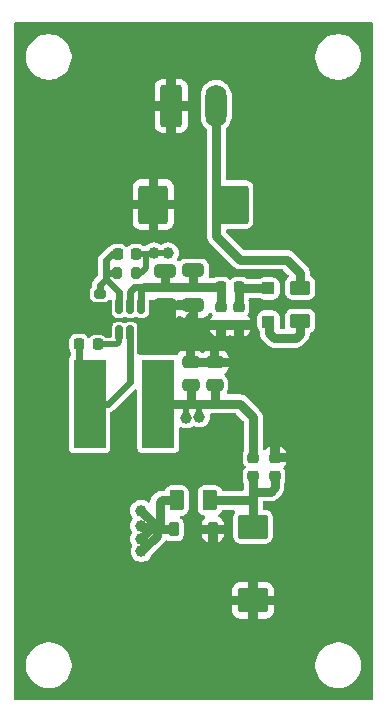
<source format=gbl>
G04 #@! TF.GenerationSoftware,KiCad,Pcbnew,8.0.3*
G04 #@! TF.CreationDate,2024-08-26T20:18:44+02:00*
G04 #@! TF.ProjectId,battEliminator,62617474-456c-4696-9d69-6e61746f722e,0.1*
G04 #@! TF.SameCoordinates,Original*
G04 #@! TF.FileFunction,Copper,L2,Bot*
G04 #@! TF.FilePolarity,Positive*
%FSLAX46Y46*%
G04 Gerber Fmt 4.6, Leading zero omitted, Abs format (unit mm)*
G04 Created by KiCad (PCBNEW 8.0.3) date 2024-08-26 20:18:44*
%MOMM*%
%LPD*%
G01*
G04 APERTURE LIST*
G04 Aperture macros list*
%AMRoundRect*
0 Rectangle with rounded corners*
0 $1 Rounding radius*
0 $2 $3 $4 $5 $6 $7 $8 $9 X,Y pos of 4 corners*
0 Add a 4 corners polygon primitive as box body*
4,1,4,$2,$3,$4,$5,$6,$7,$8,$9,$2,$3,0*
0 Add four circle primitives for the rounded corners*
1,1,$1+$1,$2,$3*
1,1,$1+$1,$4,$5*
1,1,$1+$1,$6,$7*
1,1,$1+$1,$8,$9*
0 Add four rect primitives between the rounded corners*
20,1,$1+$1,$2,$3,$4,$5,0*
20,1,$1+$1,$4,$5,$6,$7,0*
20,1,$1+$1,$6,$7,$8,$9,0*
20,1,$1+$1,$8,$9,$2,$3,0*%
G04 Aperture macros list end*
G04 #@! TA.AperFunction,SMDPad,CuDef*
%ADD10RoundRect,0.225000X0.225000X0.250000X-0.225000X0.250000X-0.225000X-0.250000X0.225000X-0.250000X0*%
G04 #@! TD*
G04 #@! TA.AperFunction,SMDPad,CuDef*
%ADD11RoundRect,0.250000X-0.300000X0.300000X-0.300000X-0.300000X0.300000X-0.300000X0.300000X0.300000X0*%
G04 #@! TD*
G04 #@! TA.AperFunction,SMDPad,CuDef*
%ADD12RoundRect,0.200000X-0.275000X0.200000X-0.275000X-0.200000X0.275000X-0.200000X0.275000X0.200000X0*%
G04 #@! TD*
G04 #@! TA.AperFunction,SMDPad,CuDef*
%ADD13RoundRect,0.250000X-0.650000X0.325000X-0.650000X-0.325000X0.650000X-0.325000X0.650000X0.325000X0*%
G04 #@! TD*
G04 #@! TA.AperFunction,SMDPad,CuDef*
%ADD14RoundRect,0.200000X0.200000X0.275000X-0.200000X0.275000X-0.200000X-0.275000X0.200000X-0.275000X0*%
G04 #@! TD*
G04 #@! TA.AperFunction,SMDPad,CuDef*
%ADD15RoundRect,0.225000X-0.225000X-0.375000X0.225000X-0.375000X0.225000X0.375000X-0.225000X0.375000X0*%
G04 #@! TD*
G04 #@! TA.AperFunction,SMDPad,CuDef*
%ADD16RoundRect,0.250000X0.475000X-0.250000X0.475000X0.250000X-0.475000X0.250000X-0.475000X-0.250000X0*%
G04 #@! TD*
G04 #@! TA.AperFunction,SMDPad,CuDef*
%ADD17RoundRect,0.250000X0.375000X0.625000X-0.375000X0.625000X-0.375000X-0.625000X0.375000X-0.625000X0*%
G04 #@! TD*
G04 #@! TA.AperFunction,SMDPad,CuDef*
%ADD18RoundRect,0.225000X-0.250000X0.225000X-0.250000X-0.225000X0.250000X-0.225000X0.250000X0.225000X0*%
G04 #@! TD*
G04 #@! TA.AperFunction,SMDPad,CuDef*
%ADD19RoundRect,0.250000X-0.625000X0.375000X-0.625000X-0.375000X0.625000X-0.375000X0.625000X0.375000X0*%
G04 #@! TD*
G04 #@! TA.AperFunction,SMDPad,CuDef*
%ADD20RoundRect,0.218750X-0.256250X0.218750X-0.256250X-0.218750X0.256250X-0.218750X0.256250X0.218750X0*%
G04 #@! TD*
G04 #@! TA.AperFunction,SMDPad,CuDef*
%ADD21RoundRect,0.218750X0.218750X0.256250X-0.218750X0.256250X-0.218750X-0.256250X0.218750X-0.256250X0*%
G04 #@! TD*
G04 #@! TA.AperFunction,SMDPad,CuDef*
%ADD22R,2.700000X7.500000*%
G04 #@! TD*
G04 #@! TA.AperFunction,SMDPad,CuDef*
%ADD23RoundRect,0.225000X0.250000X-0.225000X0.250000X0.225000X-0.250000X0.225000X-0.250000X-0.225000X0*%
G04 #@! TD*
G04 #@! TA.AperFunction,SMDPad,CuDef*
%ADD24RoundRect,0.250000X-1.025000X0.787500X-1.025000X-0.787500X1.025000X-0.787500X1.025000X0.787500X0*%
G04 #@! TD*
G04 #@! TA.AperFunction,ComponentPad*
%ADD25RoundRect,0.250000X-0.650000X-1.550000X0.650000X-1.550000X0.650000X1.550000X-0.650000X1.550000X0*%
G04 #@! TD*
G04 #@! TA.AperFunction,ComponentPad*
%ADD26O,1.800000X3.600000*%
G04 #@! TD*
G04 #@! TA.AperFunction,SMDPad,CuDef*
%ADD27RoundRect,0.250000X-1.000000X1.400000X-1.000000X-1.400000X1.000000X-1.400000X1.000000X1.400000X0*%
G04 #@! TD*
G04 #@! TA.AperFunction,SMDPad,CuDef*
%ADD28RoundRect,0.150000X-0.150000X0.512500X-0.150000X-0.512500X0.150000X-0.512500X0.150000X0.512500X0*%
G04 #@! TD*
G04 #@! TA.AperFunction,ViaPad*
%ADD29C,1.000000*%
G04 #@! TD*
G04 #@! TA.AperFunction,Conductor*
%ADD30C,0.800000*%
G04 #@! TD*
G04 #@! TA.AperFunction,Conductor*
%ADD31C,0.600000*%
G04 #@! TD*
G04 #@! TA.AperFunction,Conductor*
%ADD32C,0.400000*%
G04 #@! TD*
G04 #@! TA.AperFunction,Conductor*
%ADD33C,0.500000*%
G04 #@! TD*
G04 APERTURE END LIST*
D10*
X122875000Y-106712499D03*
X121325000Y-106712499D03*
D11*
X134100000Y-109600000D03*
X134100000Y-112400000D03*
D12*
X119850000Y-110062499D03*
X119850000Y-111712499D03*
D13*
X125350000Y-108087501D03*
X125350000Y-111037501D03*
D14*
X122900000Y-108262499D03*
X121250000Y-108262499D03*
D15*
X126100000Y-130000000D03*
X129400000Y-130000000D03*
D16*
X129550000Y-117762499D03*
X129550000Y-115862499D03*
D17*
X129150000Y-127550000D03*
X126350000Y-127550000D03*
D13*
X127750000Y-108062500D03*
X127750000Y-111012500D03*
D18*
X130100000Y-111150000D03*
X130100000Y-112700000D03*
D19*
X136800000Y-109550000D03*
X136800000Y-112350000D03*
D10*
X119625000Y-114312499D03*
X118075000Y-114312499D03*
D20*
X132800000Y-123912500D03*
X132800000Y-125487500D03*
D21*
X131637500Y-109475000D03*
X130062500Y-109475000D03*
D22*
X118950000Y-119362499D03*
X124750000Y-119362499D03*
D18*
X131600000Y-111150000D03*
X131600000Y-112700000D03*
D23*
X134650000Y-125475000D03*
X134650000Y-123925000D03*
D24*
X132800000Y-129787500D03*
X132800000Y-136012500D03*
D25*
X125862500Y-94157500D03*
D26*
X129672500Y-94157500D03*
D27*
X124350000Y-102500000D03*
X131150000Y-102500000D03*
D16*
X127500000Y-117762499D03*
X127500000Y-115862499D03*
D28*
X121450000Y-111124999D03*
X122400000Y-111124999D03*
X123350000Y-111124999D03*
X123350000Y-113399999D03*
X122400000Y-113399999D03*
X121450000Y-113399999D03*
D29*
X141577857Y-105985000D03*
X118717857Y-100905000D03*
X141577857Y-131385000D03*
X116177857Y-126305000D03*
X123872063Y-112514796D03*
X121257857Y-121225000D03*
X139037857Y-93285000D03*
X131417857Y-90745000D03*
X128877857Y-88205000D03*
X128877857Y-139005000D03*
X133957857Y-100905000D03*
X121257857Y-126305000D03*
X136497857Y-126305000D03*
X121257857Y-88205000D03*
X141577857Y-128845000D03*
X123797857Y-133925000D03*
X136497857Y-103445000D03*
X113637857Y-113605000D03*
X141577857Y-118685000D03*
X118717857Y-136465000D03*
X121257857Y-90745000D03*
X136497857Y-95825000D03*
X116177857Y-123765000D03*
X139037857Y-113605000D03*
X113637857Y-95825000D03*
X139037857Y-116145000D03*
X113637857Y-118685000D03*
X125100000Y-112500000D03*
X121257857Y-133925000D03*
X116177857Y-103445000D03*
X118717857Y-93285000D03*
X139037857Y-103445000D03*
X116177857Y-105985000D03*
X128877857Y-123765000D03*
X139037857Y-100905000D03*
X141577857Y-136465000D03*
X118717857Y-126305000D03*
X126337857Y-88205000D03*
X136497857Y-98365000D03*
X118717857Y-105985000D03*
X141577857Y-121225000D03*
X139037857Y-118685000D03*
X131417857Y-139005000D03*
X133957857Y-139005000D03*
X126337857Y-139005000D03*
X139037857Y-108525000D03*
X120500000Y-112300000D03*
X128877857Y-136465000D03*
X113637857Y-121225000D03*
X141577857Y-113605000D03*
X116177857Y-136465000D03*
X141577857Y-111065000D03*
X126337857Y-90745000D03*
X139037857Y-121225000D03*
X116177857Y-108525000D03*
X141577857Y-116145000D03*
X123797857Y-93285000D03*
X118717857Y-98365000D03*
X139037857Y-136465000D03*
X141577857Y-123765000D03*
X113637857Y-123765000D03*
X123797857Y-95825000D03*
X113637857Y-98365000D03*
X116177857Y-95825000D03*
X118717857Y-139005000D03*
X123797857Y-88205000D03*
X121257857Y-100905000D03*
X113637857Y-128845000D03*
X116177857Y-118685000D03*
X118717857Y-133925000D03*
X141577857Y-133925000D03*
X136497857Y-123765000D03*
X116177857Y-116145000D03*
X113637857Y-100905000D03*
X121257857Y-141545000D03*
X141577857Y-108525000D03*
X123797857Y-136465000D03*
X123797857Y-98365000D03*
X131417857Y-133925000D03*
X113637857Y-136465000D03*
X133957857Y-93285000D03*
X133957857Y-118685000D03*
X133957857Y-141545000D03*
X139037857Y-105985000D03*
X128877857Y-133925000D03*
X141577857Y-100905000D03*
X126337857Y-133925000D03*
X123797857Y-90745000D03*
X128877857Y-141545000D03*
X131417857Y-98365000D03*
X113637857Y-103445000D03*
X113637857Y-105985000D03*
X116177857Y-133925000D03*
X118717857Y-88205000D03*
X139037857Y-111065000D03*
X136497857Y-139005000D03*
X116177857Y-93285000D03*
X126337857Y-136465000D03*
X116177857Y-128845000D03*
X141577857Y-103445000D03*
X131417857Y-88205000D03*
X118717857Y-90745000D03*
X141577857Y-98365000D03*
X116177857Y-100905000D03*
X136497857Y-90745000D03*
X116177857Y-98365000D03*
X136497857Y-133925000D03*
X139037857Y-133925000D03*
X121257857Y-95825000D03*
X136497857Y-93285000D03*
X136497857Y-121225000D03*
X113637857Y-126305000D03*
X139037857Y-123765000D03*
X133957857Y-88205000D03*
X136497857Y-136465000D03*
X126337857Y-141545000D03*
X133957857Y-98365000D03*
X133957857Y-90745000D03*
X133957857Y-95825000D03*
X136497857Y-118685000D03*
X136497857Y-100905000D03*
X139037857Y-131385000D03*
X121257857Y-93285000D03*
X139037857Y-98365000D03*
X131417857Y-123765000D03*
X113637857Y-133925000D03*
X139037857Y-95825000D03*
X123850000Y-114650000D03*
X133957857Y-133925000D03*
X113637857Y-108525000D03*
X121257857Y-136465000D03*
X116177857Y-121225000D03*
X133957857Y-116145000D03*
X116177857Y-113605000D03*
X118717857Y-141545000D03*
X119050000Y-112950000D03*
X121257857Y-139005000D03*
X121257857Y-123765000D03*
X126337857Y-98365000D03*
X113637857Y-116145000D03*
X136497857Y-141545000D03*
X125100000Y-113600000D03*
X125100000Y-114700000D03*
X136497857Y-88205000D03*
X121257857Y-103445000D03*
X113637857Y-139005000D03*
X128877857Y-90745000D03*
X141577857Y-95825000D03*
X139037857Y-126305000D03*
X139037857Y-128845000D03*
X133957857Y-103445000D03*
X123797857Y-141545000D03*
X113637857Y-93285000D03*
X116177857Y-131385000D03*
X141577857Y-126305000D03*
X116177857Y-111065000D03*
X141577857Y-93285000D03*
X121257857Y-98365000D03*
X118717857Y-95825000D03*
X123797857Y-139005000D03*
X131417857Y-141545000D03*
X141577857Y-139005000D03*
X131417857Y-116145000D03*
X113637857Y-111065000D03*
X118717857Y-103445000D03*
X113637857Y-131385000D03*
X136497857Y-116145000D03*
X125600000Y-106600000D03*
X127150000Y-120550000D03*
X124400000Y-106600000D03*
X128250000Y-120450000D03*
X123350000Y-131850000D03*
X123300000Y-130800000D03*
X123300000Y-128400000D03*
X123300000Y-129700000D03*
D30*
X129537501Y-109512499D02*
X129575000Y-109475000D01*
X123600000Y-109512499D02*
X125400000Y-109512499D01*
D31*
X123350000Y-109762499D02*
X123600000Y-109512499D01*
X123350000Y-111124999D02*
X123350000Y-109762499D01*
D30*
X125350000Y-109462499D02*
X125400000Y-109512499D01*
X130100000Y-109512500D02*
X130062500Y-109475000D01*
D31*
X122400000Y-111124999D02*
X122400000Y-109862499D01*
D30*
X127750000Y-109412499D02*
X127850000Y-109512499D01*
X127750000Y-108062499D02*
X127750000Y-109412499D01*
D31*
X122750000Y-109512499D02*
X123600000Y-109512499D01*
D30*
X127850000Y-109512499D02*
X129537501Y-109512499D01*
X129575000Y-109475000D02*
X130062500Y-109475000D01*
X125350000Y-108087501D02*
X125350000Y-109462499D01*
X130100000Y-111150000D02*
X130100000Y-109512500D01*
D31*
X122400000Y-109862499D02*
X122750000Y-109512499D01*
D30*
X125400000Y-109512499D02*
X127850000Y-109512499D01*
X127750000Y-111712499D02*
X127400000Y-112062499D01*
D32*
X123350000Y-114150000D02*
X123850000Y-114650000D01*
X124899999Y-113399999D02*
X125100000Y-113600000D01*
X123350000Y-113399999D02*
X123350000Y-114150000D01*
X123350000Y-113399999D02*
X123799999Y-113399999D01*
X119050000Y-112950000D02*
X119850000Y-112955750D01*
X119912499Y-111712499D02*
X120500000Y-112300000D01*
X123350000Y-113399999D02*
X124249999Y-112500000D01*
X124249999Y-112500000D02*
X124250000Y-112500000D01*
X119850000Y-111712499D02*
X119912499Y-111712499D01*
X123350000Y-113036859D02*
X123872063Y-112514796D01*
X123799999Y-113399999D02*
X125100000Y-114700000D01*
X124250000Y-112500000D02*
X125100000Y-112500000D01*
D30*
X127750000Y-111012501D02*
X127750000Y-111712499D01*
D32*
X123350000Y-113399999D02*
X123350000Y-113036859D01*
X123350000Y-113399999D02*
X124899999Y-113399999D01*
X119850000Y-112955750D02*
X119850000Y-111712499D01*
D33*
X121450000Y-114112499D02*
X121450000Y-113399999D01*
X121250000Y-114312499D02*
X121450000Y-114112499D01*
X119625000Y-114312499D02*
X121250000Y-114312499D01*
D31*
X120550000Y-119362499D02*
X118950000Y-119362499D01*
X122400000Y-117512499D02*
X120550000Y-119362499D01*
X118075000Y-118487499D02*
X118950000Y-119362499D01*
X122400000Y-113399999D02*
X122400000Y-117512499D01*
X118075000Y-114312499D02*
X118075000Y-118487499D01*
D30*
X132800000Y-123912499D02*
X132800000Y-120500000D01*
D33*
X122875000Y-106712499D02*
X123637501Y-106712499D01*
X123700000Y-106650000D02*
X124350000Y-106650000D01*
X128250000Y-119412499D02*
X128200000Y-119362499D01*
D30*
X129550000Y-119212499D02*
X129400000Y-119362499D01*
D33*
X127150000Y-120550000D02*
X127150000Y-119362499D01*
X123287501Y-108262499D02*
X123550000Y-108000000D01*
D30*
X127550000Y-119362499D02*
X127150000Y-119362499D01*
D33*
X123550000Y-108000000D02*
X123700000Y-107850000D01*
D30*
X127500000Y-119312499D02*
X127550000Y-119362499D01*
X129550000Y-117762499D02*
X129550000Y-119212499D01*
D33*
X122900000Y-108262499D02*
X123287501Y-108262499D01*
X124350000Y-106650000D02*
X124400000Y-106600000D01*
D30*
X128200000Y-119362499D02*
X127550000Y-119362499D01*
D33*
X128250000Y-120450000D02*
X128250000Y-119412499D01*
X124400000Y-106600000D02*
X125600000Y-106600000D01*
X123637501Y-106712499D02*
X123700000Y-106650000D01*
D30*
X132800000Y-120500000D02*
X131662499Y-119362499D01*
X129400000Y-119362499D02*
X128200000Y-119362499D01*
X131662499Y-119362499D02*
X129400000Y-119362499D01*
X127500000Y-117762499D02*
X127500000Y-119312499D01*
X127150000Y-119362499D02*
X124750000Y-119362499D01*
D33*
X123700000Y-107850000D02*
X123700000Y-106650000D01*
D31*
X121250000Y-108262499D02*
X120350000Y-108262499D01*
X120850000Y-106712499D02*
X121325000Y-106712499D01*
X120350000Y-108812499D02*
X120350000Y-108262499D01*
X121450000Y-111124999D02*
X121450000Y-109912499D01*
X120350000Y-107212499D02*
X120850000Y-106712499D01*
X121450000Y-109912499D02*
X120350000Y-108812499D01*
X119850000Y-109312499D02*
X120350000Y-108812499D01*
X119850000Y-110062499D02*
X119850000Y-109312499D01*
X120350000Y-108262499D02*
X120350000Y-107212499D01*
D30*
X134650000Y-125475000D02*
X134650000Y-126450000D01*
X134650000Y-126450000D02*
X134300000Y-126800000D01*
X134300000Y-126800000D02*
X132800000Y-126800000D01*
X132800000Y-126800000D02*
X132800000Y-125487501D01*
X132800000Y-128250000D02*
X132800000Y-127500000D01*
X132100000Y-127550000D02*
X132750000Y-127550000D01*
X132800000Y-128250000D02*
X132800000Y-129787500D01*
X129149999Y-127550000D02*
X132100000Y-127550000D01*
X132750000Y-127550000D02*
X132800000Y-127500000D01*
X132800000Y-127500000D02*
X132800000Y-126800000D01*
X129672500Y-102750000D02*
X129672500Y-105122500D01*
X129922500Y-102500000D02*
X129672500Y-102750000D01*
X136800000Y-108300000D02*
X136800000Y-109550001D01*
X131700000Y-107150000D02*
X135650000Y-107150000D01*
X129672500Y-105122500D02*
X131700000Y-107150000D01*
X129672500Y-94157500D02*
X129672500Y-102750000D01*
X131150000Y-102500000D02*
X129922500Y-102500000D01*
X135650000Y-107150000D02*
X136800000Y-108300000D01*
X131600000Y-109512500D02*
X131637500Y-109475000D01*
X131762501Y-109600001D02*
X131637500Y-109475000D01*
X134100000Y-109600001D02*
X131762501Y-109600001D01*
X131600000Y-111150000D02*
X131600000Y-109512500D01*
X136450000Y-113800000D02*
X134550000Y-113800000D01*
X134150000Y-113400000D02*
X134150000Y-112449999D01*
X136800000Y-113450000D02*
X136450000Y-113800000D01*
X136800000Y-112349999D02*
X136800000Y-113450000D01*
X134150000Y-112449999D02*
X134100000Y-112399999D01*
X134550000Y-113800000D02*
X134150000Y-113400000D01*
X125050000Y-127550000D02*
X126350001Y-127550000D01*
X123375000Y-129775000D02*
X123300000Y-129700000D01*
X124900000Y-130000000D02*
X124675000Y-129775000D01*
X124675000Y-130525000D02*
X123350000Y-131850000D01*
X124900000Y-127700000D02*
X125050000Y-127550000D01*
X124675000Y-129775000D02*
X123375000Y-129775000D01*
X124900000Y-130000000D02*
X123300000Y-128400000D01*
X124100000Y-130000000D02*
X123300000Y-130800000D01*
X126100000Y-130000000D02*
X124900000Y-130000000D01*
X124900000Y-130000000D02*
X124100000Y-130000000D01*
X124900000Y-130000000D02*
X124900000Y-127700000D01*
X124675000Y-129775000D02*
X124675000Y-130525000D01*
G04 #@! TA.AperFunction,Conductor*
G36*
X142875000Y-87070462D02*
G01*
X142929538Y-87125000D01*
X142949500Y-87199500D01*
X142949500Y-144300500D01*
X142929538Y-144375000D01*
X142875000Y-144429538D01*
X142800500Y-144449500D01*
X112699500Y-144449500D01*
X112625000Y-144429538D01*
X112570462Y-144375000D01*
X112550500Y-144300500D01*
X112550500Y-141373464D01*
X113569500Y-141373464D01*
X113569500Y-141626535D01*
X113602530Y-141877421D01*
X113602530Y-141877424D01*
X113668027Y-142121866D01*
X113668027Y-142121867D01*
X113764874Y-142355674D01*
X113891405Y-142574832D01*
X113891406Y-142574834D01*
X114045459Y-142775598D01*
X114224401Y-142954540D01*
X114425165Y-143108593D01*
X114425168Y-143108594D01*
X114425170Y-143108596D01*
X114644330Y-143235128D01*
X114841680Y-143316873D01*
X114878132Y-143331972D01*
X114962811Y-143354661D01*
X115122570Y-143397468D01*
X115122576Y-143397468D01*
X115122577Y-143397469D01*
X115158230Y-143402162D01*
X115373465Y-143430499D01*
X115373466Y-143430500D01*
X115373468Y-143430500D01*
X115626534Y-143430500D01*
X115626534Y-143430499D01*
X115877422Y-143397469D01*
X115877424Y-143397469D01*
X115877425Y-143397468D01*
X115877430Y-143397468D01*
X116121866Y-143331972D01*
X116121867Y-143331972D01*
X116121868Y-143331971D01*
X116121870Y-143331971D01*
X116355670Y-143235128D01*
X116574830Y-143108596D01*
X116775598Y-142954541D01*
X116954541Y-142775598D01*
X117108596Y-142574830D01*
X117235128Y-142355670D01*
X117331971Y-142121870D01*
X117397468Y-141877430D01*
X117430500Y-141626532D01*
X117430500Y-141373468D01*
X117430499Y-141373464D01*
X138069500Y-141373464D01*
X138069500Y-141626535D01*
X138102530Y-141877421D01*
X138102530Y-141877424D01*
X138168027Y-142121866D01*
X138168027Y-142121867D01*
X138264874Y-142355674D01*
X138391405Y-142574832D01*
X138391406Y-142574834D01*
X138545459Y-142775598D01*
X138724401Y-142954540D01*
X138925165Y-143108593D01*
X138925168Y-143108594D01*
X138925170Y-143108596D01*
X139144330Y-143235128D01*
X139341680Y-143316873D01*
X139378132Y-143331972D01*
X139462811Y-143354661D01*
X139622570Y-143397468D01*
X139622576Y-143397468D01*
X139622577Y-143397469D01*
X139658230Y-143402162D01*
X139873465Y-143430499D01*
X139873466Y-143430500D01*
X139873468Y-143430500D01*
X140126534Y-143430500D01*
X140126534Y-143430499D01*
X140377422Y-143397469D01*
X140377424Y-143397469D01*
X140377425Y-143397468D01*
X140377430Y-143397468D01*
X140621866Y-143331972D01*
X140621867Y-143331972D01*
X140621868Y-143331971D01*
X140621870Y-143331971D01*
X140855670Y-143235128D01*
X141074830Y-143108596D01*
X141275598Y-142954541D01*
X141454541Y-142775598D01*
X141608596Y-142574830D01*
X141735128Y-142355670D01*
X141831971Y-142121870D01*
X141897468Y-141877430D01*
X141930500Y-141626532D01*
X141930500Y-141373468D01*
X141897468Y-141122570D01*
X141831971Y-140878130D01*
X141735128Y-140644330D01*
X141608596Y-140425170D01*
X141608594Y-140425167D01*
X141608593Y-140425165D01*
X141454540Y-140224401D01*
X141275598Y-140045459D01*
X141074834Y-139891406D01*
X141074832Y-139891405D01*
X140855674Y-139764874D01*
X140855672Y-139764873D01*
X140855670Y-139764872D01*
X140782771Y-139734676D01*
X140621867Y-139668027D01*
X140403618Y-139609549D01*
X140377430Y-139602532D01*
X140377428Y-139602531D01*
X140377422Y-139602530D01*
X140126535Y-139569500D01*
X140126532Y-139569500D01*
X139873468Y-139569500D01*
X139873464Y-139569500D01*
X139622578Y-139602530D01*
X139622575Y-139602530D01*
X139378133Y-139668027D01*
X139378132Y-139668027D01*
X139144325Y-139764874D01*
X138925167Y-139891405D01*
X138925165Y-139891406D01*
X138724401Y-140045459D01*
X138545459Y-140224401D01*
X138391406Y-140425165D01*
X138391405Y-140425167D01*
X138264874Y-140644325D01*
X138168027Y-140878132D01*
X138168027Y-140878133D01*
X138102530Y-141122575D01*
X138102530Y-141122578D01*
X138069500Y-141373464D01*
X117430499Y-141373464D01*
X117397468Y-141122570D01*
X117331971Y-140878130D01*
X117235128Y-140644330D01*
X117108596Y-140425170D01*
X117108594Y-140425167D01*
X117108593Y-140425165D01*
X116954540Y-140224401D01*
X116775598Y-140045459D01*
X116574834Y-139891406D01*
X116574832Y-139891405D01*
X116355674Y-139764874D01*
X116355672Y-139764873D01*
X116355670Y-139764872D01*
X116282771Y-139734676D01*
X116121867Y-139668027D01*
X115903618Y-139609549D01*
X115877430Y-139602532D01*
X115877428Y-139602531D01*
X115877422Y-139602530D01*
X115626535Y-139569500D01*
X115626532Y-139569500D01*
X115373468Y-139569500D01*
X115373464Y-139569500D01*
X115122578Y-139602530D01*
X115122575Y-139602530D01*
X114878133Y-139668027D01*
X114878132Y-139668027D01*
X114644325Y-139764874D01*
X114425167Y-139891405D01*
X114425165Y-139891406D01*
X114224401Y-140045459D01*
X114045459Y-140224401D01*
X113891406Y-140425165D01*
X113891405Y-140425167D01*
X113764874Y-140644325D01*
X113668027Y-140878132D01*
X113668027Y-140878133D01*
X113602530Y-141122575D01*
X113602530Y-141122578D01*
X113569500Y-141373464D01*
X112550500Y-141373464D01*
X112550500Y-136849973D01*
X131025001Y-136849973D01*
X131035494Y-136952696D01*
X131090642Y-137119121D01*
X131182680Y-137268340D01*
X131306659Y-137392319D01*
X131455878Y-137484357D01*
X131622302Y-137539505D01*
X131622311Y-137539507D01*
X131725015Y-137549999D01*
X132400000Y-137549999D01*
X133200000Y-137549999D01*
X133874974Y-137549999D01*
X133977696Y-137539505D01*
X134144121Y-137484357D01*
X134293340Y-137392319D01*
X134417319Y-137268340D01*
X134509357Y-137119121D01*
X134564505Y-136952697D01*
X134564507Y-136952688D01*
X134574999Y-136849989D01*
X134575000Y-136849979D01*
X134575000Y-136412500D01*
X133200000Y-136412500D01*
X133200000Y-137549999D01*
X132400000Y-137549999D01*
X132400000Y-136412500D01*
X131025001Y-136412500D01*
X131025001Y-136849973D01*
X112550500Y-136849973D01*
X112550500Y-135175010D01*
X131025000Y-135175010D01*
X131025000Y-135612500D01*
X132400000Y-135612500D01*
X133200000Y-135612500D01*
X134574999Y-135612500D01*
X134574999Y-135175026D01*
X134564505Y-135072303D01*
X134509357Y-134905878D01*
X134417319Y-134756659D01*
X134293340Y-134632680D01*
X134144121Y-134540642D01*
X133977697Y-134485494D01*
X133977688Y-134485492D01*
X133874989Y-134475000D01*
X133200000Y-134475000D01*
X133200000Y-135612500D01*
X132400000Y-135612500D01*
X132400000Y-134475000D01*
X131725026Y-134475000D01*
X131622303Y-134485494D01*
X131455878Y-134540642D01*
X131306659Y-134632680D01*
X131182680Y-134756659D01*
X131090642Y-134905878D01*
X131035494Y-135072302D01*
X131035492Y-135072311D01*
X131025000Y-135175010D01*
X112550500Y-135175010D01*
X112550500Y-128400000D01*
X122394540Y-128400000D01*
X122414325Y-128588254D01*
X122471416Y-128763961D01*
X122472821Y-128768284D01*
X122567467Y-128932216D01*
X122567469Y-128932218D01*
X122583751Y-128950302D01*
X122618765Y-129019024D01*
X122614726Y-129096047D01*
X122583751Y-129149698D01*
X122567469Y-129167781D01*
X122567467Y-129167783D01*
X122567467Y-129167784D01*
X122564879Y-129172267D01*
X122472822Y-129331714D01*
X122472819Y-129331721D01*
X122414325Y-129511745D01*
X122394540Y-129700000D01*
X122414325Y-129888254D01*
X122414326Y-129888256D01*
X122472821Y-130068284D01*
X122472824Y-130068289D01*
X122534722Y-130175501D01*
X122554684Y-130250001D01*
X122534722Y-130324499D01*
X122472824Y-130431710D01*
X122472819Y-130431721D01*
X122414325Y-130611745D01*
X122394540Y-130800000D01*
X122414325Y-130988254D01*
X122418304Y-131000499D01*
X122472821Y-131168284D01*
X122472824Y-131168289D01*
X122545288Y-131293802D01*
X122565250Y-131368302D01*
X122545289Y-131442798D01*
X122522825Y-131481707D01*
X122522819Y-131481721D01*
X122464325Y-131661745D01*
X122444540Y-131850000D01*
X122464325Y-132038254D01*
X122464326Y-132038256D01*
X122522821Y-132218284D01*
X122522822Y-132218285D01*
X122617469Y-132382220D01*
X122744127Y-132522886D01*
X122744129Y-132522888D01*
X122897270Y-132634151D01*
X123070197Y-132711144D01*
X123211315Y-132741139D01*
X123255352Y-132750500D01*
X123255354Y-132750500D01*
X123444648Y-132750500D01*
X123484004Y-132742134D01*
X123629803Y-132711144D01*
X123802730Y-132634151D01*
X123955871Y-132522888D01*
X124028195Y-132442563D01*
X124082530Y-132382220D01*
X124082531Y-132382218D01*
X124082533Y-132382216D01*
X124177179Y-132218284D01*
X124196632Y-132158411D01*
X124232979Y-132099097D01*
X125296789Y-131035289D01*
X125350404Y-130955047D01*
X125408391Y-130904193D01*
X125484037Y-130889146D01*
X125550138Y-130909575D01*
X125624610Y-130953618D01*
X125776370Y-130997708D01*
X125776369Y-130997708D01*
X125776373Y-130997709D01*
X125811837Y-131000500D01*
X126388162Y-131000499D01*
X126423627Y-130997709D01*
X126575390Y-130953618D01*
X126711420Y-130873170D01*
X126823170Y-130761420D01*
X126903618Y-130625390D01*
X126947709Y-130473627D01*
X126950500Y-130438163D01*
X126950500Y-130423309D01*
X128450001Y-130423309D01*
X128460144Y-130522606D01*
X128460144Y-130522609D01*
X128513453Y-130683485D01*
X128602427Y-130827732D01*
X128722267Y-130947572D01*
X128866517Y-131036547D01*
X128866522Y-131036549D01*
X128999999Y-131080778D01*
X129000000Y-131080778D01*
X129800000Y-131080778D01*
X129933477Y-131036549D01*
X129933482Y-131036547D01*
X130077732Y-130947572D01*
X130197572Y-130827732D01*
X130286546Y-130683485D01*
X130339856Y-130522603D01*
X130339857Y-130522603D01*
X130349999Y-130423325D01*
X130350000Y-130423315D01*
X130350000Y-130400000D01*
X129800000Y-130400000D01*
X129800000Y-131080778D01*
X129000000Y-131080778D01*
X129000000Y-130400000D01*
X128450001Y-130400000D01*
X128450001Y-130423309D01*
X126950500Y-130423309D01*
X126950499Y-129561838D01*
X126947709Y-129526373D01*
X126903618Y-129374610D01*
X126823170Y-129238580D01*
X126711420Y-129126830D01*
X126711419Y-129126829D01*
X126711415Y-129126826D01*
X126670705Y-129102751D01*
X126616741Y-129047645D01*
X126597559Y-128972941D01*
X126618300Y-128898654D01*
X126673406Y-128844690D01*
X126746551Y-128825500D01*
X126790687Y-128825500D01*
X126790694Y-128825500D01*
X126827569Y-128822598D01*
X126985398Y-128776744D01*
X127126865Y-128693081D01*
X127243081Y-128576865D01*
X127326744Y-128435398D01*
X127372598Y-128277569D01*
X127375500Y-128240694D01*
X127375500Y-126859306D01*
X127372598Y-126822431D01*
X127326744Y-126664602D01*
X127243081Y-126523135D01*
X127126865Y-126406919D01*
X126985398Y-126323256D01*
X126919279Y-126304046D01*
X126827571Y-126277402D01*
X126827572Y-126277402D01*
X126816506Y-126276531D01*
X126790694Y-126274500D01*
X125909306Y-126274500D01*
X125884722Y-126276434D01*
X125872428Y-126277402D01*
X125714599Y-126323257D01*
X125573136Y-126406918D01*
X125573133Y-126406920D01*
X125456920Y-126523133D01*
X125456918Y-126523136D01*
X125368484Y-126672671D01*
X125366172Y-126671303D01*
X125327473Y-126720125D01*
X125255759Y-126748514D01*
X125238642Y-126749500D01*
X124971158Y-126749500D01*
X124816505Y-126780262D01*
X124816501Y-126780263D01*
X124670823Y-126840604D01*
X124539707Y-126928214D01*
X124278214Y-127189707D01*
X124190604Y-127320823D01*
X124130263Y-127466501D01*
X124130262Y-127466503D01*
X124102045Y-127608361D01*
X124067932Y-127677535D01*
X124003802Y-127720385D01*
X123926839Y-127725429D01*
X123868329Y-127699836D01*
X123752730Y-127615849D01*
X123752729Y-127615848D01*
X123752727Y-127615847D01*
X123579805Y-127538857D01*
X123579803Y-127538856D01*
X123473360Y-127516231D01*
X123394648Y-127499500D01*
X123394646Y-127499500D01*
X123205354Y-127499500D01*
X123205352Y-127499500D01*
X123105392Y-127520747D01*
X123020197Y-127538856D01*
X123020195Y-127538856D01*
X123020194Y-127538857D01*
X122847272Y-127615847D01*
X122694127Y-127727113D01*
X122567469Y-127867779D01*
X122472822Y-128031714D01*
X122472819Y-128031721D01*
X122414325Y-128211745D01*
X122394540Y-128400000D01*
X112550500Y-128400000D01*
X112550500Y-115580980D01*
X117199500Y-115580980D01*
X117199500Y-115580981D01*
X117199500Y-115580984D01*
X117199500Y-123144017D01*
X117214354Y-123237803D01*
X117271950Y-123350841D01*
X117361658Y-123440549D01*
X117474696Y-123498145D01*
X117568481Y-123512999D01*
X120331518Y-123512998D01*
X120425304Y-123498145D01*
X120538342Y-123440549D01*
X120628050Y-123350841D01*
X120685646Y-123237803D01*
X120700500Y-123144018D01*
X120700499Y-120157933D01*
X120720461Y-120083434D01*
X120774999Y-120028896D01*
X120792480Y-120020276D01*
X120794833Y-120019301D01*
X120881811Y-119983274D01*
X120996543Y-119906613D01*
X122745143Y-118158012D01*
X122811936Y-118119450D01*
X122889064Y-118119450D01*
X122955859Y-118158014D01*
X122994423Y-118224809D01*
X122999500Y-118263373D01*
X122999500Y-123144017D01*
X123014354Y-123237803D01*
X123071950Y-123350841D01*
X123161658Y-123440549D01*
X123274696Y-123498145D01*
X123368481Y-123512999D01*
X126131518Y-123512998D01*
X126225304Y-123498145D01*
X126338342Y-123440549D01*
X126428050Y-123350841D01*
X126485646Y-123237803D01*
X126500500Y-123144018D01*
X126500499Y-121475982D01*
X126520461Y-121401483D01*
X126574999Y-121346945D01*
X126649499Y-121326983D01*
X126710103Y-121339865D01*
X126726005Y-121346945D01*
X126870197Y-121411144D01*
X127011315Y-121441139D01*
X127055352Y-121450500D01*
X127055354Y-121450500D01*
X127244648Y-121450500D01*
X127284004Y-121442134D01*
X127429803Y-121411144D01*
X127602730Y-121334151D01*
X127692393Y-121269006D01*
X127764399Y-121241367D01*
X127840577Y-121253433D01*
X127875557Y-121269007D01*
X127970197Y-121311144D01*
X128105320Y-121339865D01*
X128155352Y-121350500D01*
X128155354Y-121350500D01*
X128344648Y-121350500D01*
X128394680Y-121339865D01*
X128529803Y-121311144D01*
X128702730Y-121234151D01*
X128855871Y-121122888D01*
X128928195Y-121042563D01*
X128982530Y-120982220D01*
X128982531Y-120982218D01*
X128982533Y-120982216D01*
X129077179Y-120818284D01*
X129135674Y-120638256D01*
X129155460Y-120450000D01*
X129142593Y-120327573D01*
X129154659Y-120251394D01*
X129203198Y-120191455D01*
X129275203Y-120163815D01*
X129290777Y-120162999D01*
X129321158Y-120162999D01*
X131269203Y-120162999D01*
X131343703Y-120182961D01*
X131374562Y-120206640D01*
X131955859Y-120787937D01*
X131994423Y-120854732D01*
X131999500Y-120893296D01*
X131999500Y-123356760D01*
X131979538Y-123431260D01*
X131978752Y-123432605D01*
X131970913Y-123445860D01*
X131970912Y-123445861D01*
X131927263Y-123596105D01*
X131927263Y-123596108D01*
X131924500Y-123631213D01*
X131924500Y-123631214D01*
X131924500Y-123631220D01*
X131924500Y-124193775D01*
X131924501Y-124193790D01*
X131927262Y-124228889D01*
X131970911Y-124379134D01*
X131970912Y-124379135D01*
X131970913Y-124379139D01*
X132050557Y-124513809D01*
X132131391Y-124594643D01*
X132169954Y-124661436D01*
X132169954Y-124738564D01*
X132131391Y-124805356D01*
X132050557Y-124886191D01*
X131983481Y-124999611D01*
X131970911Y-125020865D01*
X131927263Y-125171105D01*
X131927263Y-125171108D01*
X131924500Y-125206213D01*
X131924500Y-125206214D01*
X131924500Y-125206220D01*
X131924500Y-125768775D01*
X131924501Y-125768790D01*
X131927262Y-125803891D01*
X131970910Y-125954133D01*
X131970912Y-125954137D01*
X131970913Y-125954139D01*
X131978750Y-125967391D01*
X131999492Y-126041676D01*
X131999500Y-126043238D01*
X131999500Y-126600500D01*
X131979538Y-126675000D01*
X131925000Y-126729538D01*
X131850500Y-126749500D01*
X130261358Y-126749500D01*
X130186858Y-126729538D01*
X130132320Y-126675000D01*
X130129058Y-126668515D01*
X130046456Y-126528842D01*
X130043081Y-126523135D01*
X129926865Y-126406919D01*
X129785398Y-126323256D01*
X129719279Y-126304046D01*
X129627571Y-126277402D01*
X129627572Y-126277402D01*
X129616506Y-126276531D01*
X129590694Y-126274500D01*
X128709306Y-126274500D01*
X128684722Y-126276434D01*
X128672428Y-126277402D01*
X128514599Y-126323257D01*
X128373136Y-126406918D01*
X128373133Y-126406920D01*
X128256920Y-126523133D01*
X128256918Y-126523136D01*
X128173257Y-126664599D01*
X128127402Y-126822428D01*
X128127402Y-126822431D01*
X128124500Y-126859306D01*
X128124500Y-128240694D01*
X128126757Y-128269374D01*
X128127402Y-128277571D01*
X128148877Y-128351486D01*
X128173256Y-128435398D01*
X128256919Y-128576865D01*
X128373135Y-128693081D01*
X128514602Y-128776744D01*
X128647197Y-128815266D01*
X128713169Y-128855221D01*
X128750325Y-128922809D01*
X128748710Y-128999920D01*
X128710985Y-129063708D01*
X128602429Y-129172264D01*
X128513453Y-129316514D01*
X128460143Y-129477396D01*
X128460142Y-129477396D01*
X128450000Y-129576674D01*
X128450000Y-129600000D01*
X130349999Y-129600000D01*
X130349999Y-129576690D01*
X130339855Y-129477393D01*
X130339855Y-129477390D01*
X130286546Y-129316514D01*
X130197572Y-129172267D01*
X130077732Y-129052427D01*
X129933484Y-128963452D01*
X129930295Y-128961966D01*
X129928133Y-128960152D01*
X129926098Y-128958897D01*
X129926281Y-128958599D01*
X129871208Y-128912393D01*
X129844825Y-128839918D01*
X129858214Y-128763961D01*
X129907787Y-128704874D01*
X129917396Y-128698680D01*
X129926865Y-128693081D01*
X130043081Y-128576865D01*
X130126744Y-128435398D01*
X130126744Y-128435397D01*
X130131516Y-128427329D01*
X130133827Y-128428696D01*
X130172527Y-128379875D01*
X130244241Y-128351486D01*
X130261358Y-128350500D01*
X131144857Y-128350500D01*
X131219357Y-128370462D01*
X131273895Y-128425000D01*
X131293857Y-128499500D01*
X131273895Y-128574000D01*
X131262591Y-128590822D01*
X131256920Y-128598132D01*
X131173257Y-128739599D01*
X131127402Y-128897428D01*
X131127402Y-128897431D01*
X131124500Y-128934306D01*
X131124500Y-130640694D01*
X131126757Y-130669374D01*
X131127402Y-130677571D01*
X131151763Y-130761418D01*
X131173256Y-130835398D01*
X131256919Y-130976865D01*
X131373135Y-131093081D01*
X131514602Y-131176744D01*
X131672428Y-131222597D01*
X131672427Y-131222597D01*
X131672431Y-131222598D01*
X131709306Y-131225500D01*
X131709313Y-131225500D01*
X133890687Y-131225500D01*
X133890694Y-131225500D01*
X133927569Y-131222598D01*
X134085398Y-131176744D01*
X134226865Y-131093081D01*
X134343081Y-130976865D01*
X134426744Y-130835398D01*
X134472598Y-130677569D01*
X134475500Y-130640694D01*
X134475500Y-128934306D01*
X134472598Y-128897431D01*
X134426744Y-128739602D01*
X134343081Y-128598135D01*
X134226865Y-128481919D01*
X134148202Y-128435398D01*
X134085400Y-128398257D01*
X134085399Y-128398256D01*
X134085398Y-128398256D01*
X134019279Y-128379046D01*
X133927571Y-128352402D01*
X133927572Y-128352402D01*
X133916506Y-128351531D01*
X133890694Y-128349500D01*
X133890687Y-128349500D01*
X133749500Y-128349500D01*
X133675000Y-128329538D01*
X133620462Y-128275000D01*
X133600500Y-128200500D01*
X133600500Y-127749500D01*
X133620462Y-127675000D01*
X133675000Y-127620462D01*
X133749500Y-127600500D01*
X134378842Y-127600500D01*
X134533497Y-127569737D01*
X134679179Y-127509394D01*
X134810289Y-127421789D01*
X135271789Y-126960289D01*
X135359394Y-126829179D01*
X135419738Y-126683497D01*
X135450500Y-126528842D01*
X135450500Y-126371157D01*
X135450500Y-126038696D01*
X135470462Y-125964196D01*
X135471185Y-125962957D01*
X135478618Y-125950390D01*
X135522709Y-125798627D01*
X135525500Y-125763163D01*
X135525499Y-125186838D01*
X135522709Y-125151373D01*
X135478618Y-124999610D01*
X135398170Y-124863580D01*
X135398169Y-124863579D01*
X135397240Y-124862381D01*
X135396696Y-124861089D01*
X135393398Y-124855511D01*
X135394161Y-124855059D01*
X135367348Y-124791281D01*
X135377012Y-124714761D01*
X135409611Y-124665693D01*
X135472572Y-124602732D01*
X135561546Y-124458485D01*
X135605779Y-124325000D01*
X134399000Y-124325000D01*
X134324500Y-124305038D01*
X134269962Y-124250500D01*
X134250000Y-124176000D01*
X134250000Y-123525000D01*
X135050000Y-123525000D01*
X135605778Y-123525000D01*
X135561546Y-123391514D01*
X135472572Y-123247267D01*
X135352732Y-123127427D01*
X135208485Y-123038453D01*
X135050000Y-122985937D01*
X135050000Y-123525000D01*
X134250000Y-123525000D01*
X134250000Y-122985937D01*
X134091514Y-123038453D01*
X133947267Y-123127427D01*
X133854859Y-123219836D01*
X133788064Y-123258400D01*
X133710936Y-123258400D01*
X133644141Y-123219836D01*
X133605577Y-123153041D01*
X133600500Y-123114477D01*
X133600500Y-120421161D01*
X133600500Y-120421158D01*
X133594947Y-120393238D01*
X133569737Y-120266502D01*
X133534617Y-120181716D01*
X133509394Y-120120821D01*
X133421789Y-119989711D01*
X133310289Y-119878211D01*
X132172788Y-118740710D01*
X132041678Y-118653105D01*
X132041677Y-118653104D01*
X132041675Y-118653103D01*
X131895997Y-118592762D01*
X131895993Y-118592761D01*
X131741341Y-118561999D01*
X130716995Y-118561999D01*
X130642495Y-118542037D01*
X130587957Y-118487499D01*
X130567995Y-118412999D01*
X130587957Y-118338499D01*
X130588744Y-118337152D01*
X130594363Y-118327649D01*
X130626744Y-118272897D01*
X130672598Y-118115068D01*
X130675500Y-118078193D01*
X130675500Y-117446805D01*
X130672598Y-117409930D01*
X130626744Y-117252101D01*
X130543081Y-117110634D01*
X130426865Y-116994418D01*
X130426863Y-116994417D01*
X130419457Y-116988672D01*
X130421461Y-116986088D01*
X130379442Y-116943149D01*
X130360288Y-116868437D01*
X130381055Y-116794157D01*
X130431060Y-116743232D01*
X130493339Y-116704818D01*
X130493340Y-116704818D01*
X130617319Y-116580839D01*
X130709357Y-116431620D01*
X130764506Y-116265195D01*
X130764781Y-116262499D01*
X127249000Y-116262499D01*
X127174500Y-116242537D01*
X127119962Y-116187999D01*
X127100000Y-116113499D01*
X127100000Y-115462499D01*
X127900000Y-115462499D01*
X129150000Y-115462499D01*
X129950000Y-115462499D01*
X130764781Y-115462499D01*
X130764781Y-115462498D01*
X130764506Y-115459802D01*
X130709357Y-115293377D01*
X130617319Y-115144158D01*
X130493340Y-115020179D01*
X130344121Y-114928141D01*
X130177697Y-114872993D01*
X130177688Y-114872991D01*
X130074989Y-114862499D01*
X129950000Y-114862499D01*
X129950000Y-115462499D01*
X129150000Y-115462499D01*
X129150000Y-114862499D01*
X129025026Y-114862499D01*
X128922303Y-114872993D01*
X128755877Y-114928141D01*
X128755874Y-114928142D01*
X128603220Y-115022300D01*
X128529332Y-115044420D01*
X128454283Y-115026632D01*
X128446780Y-115022300D01*
X128294125Y-114928142D01*
X128294122Y-114928141D01*
X128127697Y-114872993D01*
X128127688Y-114872991D01*
X128024989Y-114862499D01*
X127900000Y-114862499D01*
X127900000Y-115462499D01*
X127100000Y-115462499D01*
X127100000Y-114862499D01*
X126975026Y-114862499D01*
X126872303Y-114872993D01*
X126705878Y-114928141D01*
X126556659Y-115020179D01*
X126432684Y-115144153D01*
X126416378Y-115170590D01*
X126360276Y-115223518D01*
X126285227Y-115241304D01*
X126236948Y-115228968D01*
X126236458Y-115230477D01*
X126225306Y-115226853D01*
X126198508Y-115222609D01*
X126131519Y-115211999D01*
X126131514Y-115211999D01*
X123368480Y-115211999D01*
X123272807Y-115227152D01*
X123196102Y-115219089D01*
X123133704Y-115173753D01*
X123126849Y-115158357D01*
X126250000Y-115200000D01*
X126250000Y-113100000D01*
X129144221Y-113100000D01*
X129188453Y-113233485D01*
X129277427Y-113377732D01*
X129397267Y-113497572D01*
X129541516Y-113586547D01*
X129541525Y-113586551D01*
X129699999Y-113639062D01*
X129700000Y-113639062D01*
X130500000Y-113639062D01*
X130658474Y-113586551D01*
X130658482Y-113586547D01*
X130771778Y-113516665D01*
X130845666Y-113494544D01*
X130920715Y-113512331D01*
X130928222Y-113516665D01*
X131041517Y-113586547D01*
X131041525Y-113586551D01*
X131199999Y-113639062D01*
X131200000Y-113639062D01*
X132000000Y-113639062D01*
X132158474Y-113586551D01*
X132158483Y-113586547D01*
X132302732Y-113497572D01*
X132422572Y-113377732D01*
X132511546Y-113233485D01*
X132555779Y-113100000D01*
X132000000Y-113100000D01*
X132000000Y-113639062D01*
X131200000Y-113639062D01*
X131200000Y-113100000D01*
X130500000Y-113100000D01*
X130500000Y-113639062D01*
X129700000Y-113639062D01*
X129700000Y-113100000D01*
X129144221Y-113100000D01*
X126250000Y-113100000D01*
X126250000Y-112069762D01*
X126319121Y-112046858D01*
X126468343Y-111954818D01*
X126475148Y-111949438D01*
X126477218Y-111952056D01*
X126529477Y-111921826D01*
X126606605Y-111921762D01*
X126646383Y-111938900D01*
X126780878Y-112021857D01*
X126947302Y-112077005D01*
X126947311Y-112077007D01*
X127050015Y-112087499D01*
X127350000Y-112087499D01*
X127350000Y-111412500D01*
X126779354Y-111412500D01*
X126744845Y-111432424D01*
X126706281Y-111437501D01*
X126250000Y-111437501D01*
X126250000Y-110637501D01*
X126320646Y-110637501D01*
X126355155Y-110617577D01*
X126393719Y-110612500D01*
X128001000Y-110612500D01*
X128075500Y-110632462D01*
X128130038Y-110687000D01*
X128150000Y-110761500D01*
X128150000Y-112087499D01*
X128449974Y-112087499D01*
X128552696Y-112077005D01*
X128719121Y-112021857D01*
X128868340Y-111929819D01*
X128992318Y-111805841D01*
X129059765Y-111696490D01*
X129115865Y-111643561D01*
X129190914Y-111625773D01*
X129264803Y-111647892D01*
X129314834Y-111698863D01*
X129351830Y-111761420D01*
X129352760Y-111762619D01*
X129353303Y-111763910D01*
X129356602Y-111769489D01*
X129355838Y-111769940D01*
X129382651Y-111833720D01*
X129372986Y-111910240D01*
X129340390Y-111959304D01*
X129277427Y-112022267D01*
X129188453Y-112166514D01*
X129144221Y-112300000D01*
X132555778Y-112300000D01*
X132511546Y-112166514D01*
X132429998Y-112034306D01*
X133149500Y-112034306D01*
X133149500Y-112765694D01*
X133151757Y-112794374D01*
X133152402Y-112802571D01*
X133198257Y-112960400D01*
X133209575Y-112979538D01*
X133280815Y-113099999D01*
X133281918Y-113101863D01*
X133281920Y-113101866D01*
X133305859Y-113125805D01*
X133344423Y-113192600D01*
X133349500Y-113231164D01*
X133349500Y-113478842D01*
X133380262Y-113633494D01*
X133380263Y-113633498D01*
X133440604Y-113779176D01*
X133440605Y-113779178D01*
X133440606Y-113779179D01*
X133528211Y-113910289D01*
X133928211Y-114310289D01*
X134039711Y-114421789D01*
X134126525Y-114479796D01*
X134170816Y-114509391D01*
X134170818Y-114509392D01*
X134170821Y-114509394D01*
X134170826Y-114509396D01*
X134273834Y-114552063D01*
X134273833Y-114552063D01*
X134273838Y-114552064D01*
X134316499Y-114569736D01*
X134316502Y-114569737D01*
X134471157Y-114600500D01*
X136528842Y-114600500D01*
X136683497Y-114569737D01*
X136829179Y-114509394D01*
X136960289Y-114421789D01*
X137421789Y-113960289D01*
X137509394Y-113829179D01*
X137569738Y-113683497D01*
X137600500Y-113528842D01*
X137600500Y-113461357D01*
X137620462Y-113386857D01*
X137675000Y-113332319D01*
X137681487Y-113329056D01*
X137685394Y-113326744D01*
X137685398Y-113326744D01*
X137826865Y-113243081D01*
X137943081Y-113126865D01*
X138026744Y-112985398D01*
X138072598Y-112827569D01*
X138075500Y-112790694D01*
X138075500Y-111909306D01*
X138072598Y-111872431D01*
X138026744Y-111714602D01*
X137943081Y-111573135D01*
X137826865Y-111456919D01*
X137685398Y-111373256D01*
X137619279Y-111354046D01*
X137527571Y-111327402D01*
X137527572Y-111327402D01*
X137516506Y-111326531D01*
X137490694Y-111324500D01*
X136109306Y-111324500D01*
X136084722Y-111326434D01*
X136072428Y-111327402D01*
X135914599Y-111373257D01*
X135773136Y-111456918D01*
X135773133Y-111456920D01*
X135656920Y-111573133D01*
X135656918Y-111573136D01*
X135573257Y-111714599D01*
X135527402Y-111872428D01*
X135527402Y-111872431D01*
X135524500Y-111909306D01*
X135524500Y-112790694D01*
X135527402Y-112827569D01*
X135527403Y-112827571D01*
X135528000Y-112835159D01*
X135525756Y-112835335D01*
X135520452Y-112900597D01*
X135476603Y-112964048D01*
X135406904Y-112997074D01*
X135380126Y-112999500D01*
X135188834Y-112999500D01*
X135114334Y-112979538D01*
X135059796Y-112925000D01*
X135039834Y-112850500D01*
X135045750Y-112808931D01*
X135046469Y-112806453D01*
X135047598Y-112802569D01*
X135050500Y-112765694D01*
X135050500Y-112034306D01*
X135047598Y-111997431D01*
X135001744Y-111839602D01*
X134918081Y-111698135D01*
X134801865Y-111581919D01*
X134660398Y-111498256D01*
X134594279Y-111479046D01*
X134502571Y-111452402D01*
X134502572Y-111452402D01*
X134491506Y-111451531D01*
X134465694Y-111449500D01*
X133734306Y-111449500D01*
X133709722Y-111451434D01*
X133697428Y-111452402D01*
X133539599Y-111498257D01*
X133398136Y-111581918D01*
X133398133Y-111581920D01*
X133281920Y-111698133D01*
X133281918Y-111698136D01*
X133198257Y-111839599D01*
X133152402Y-111997428D01*
X133152160Y-112000500D01*
X133149500Y-112034306D01*
X132429998Y-112034306D01*
X132422572Y-112022267D01*
X132359610Y-111959305D01*
X132321046Y-111892510D01*
X132321046Y-111815382D01*
X132343732Y-111769686D01*
X132343398Y-111769489D01*
X132346091Y-111764934D01*
X132347245Y-111762611D01*
X132348161Y-111761428D01*
X132348170Y-111761420D01*
X132428618Y-111625390D01*
X132472709Y-111473627D01*
X132475500Y-111438163D01*
X132475499Y-110861838D01*
X132472709Y-110826373D01*
X132428618Y-110674610D01*
X132428616Y-110674606D01*
X132421248Y-110662147D01*
X132400508Y-110587860D01*
X132400500Y-110586302D01*
X132400500Y-110549501D01*
X132420462Y-110475001D01*
X132475000Y-110420463D01*
X132549500Y-110400501D01*
X133327647Y-110400501D01*
X133402147Y-110420463D01*
X133403453Y-110421226D01*
X133539602Y-110501744D01*
X133697428Y-110547597D01*
X133697427Y-110547597D01*
X133697431Y-110547598D01*
X133734306Y-110550500D01*
X133734313Y-110550500D01*
X134465687Y-110550500D01*
X134465694Y-110550500D01*
X134502569Y-110547598D01*
X134660398Y-110501744D01*
X134801865Y-110418081D01*
X134918081Y-110301865D01*
X135001744Y-110160398D01*
X135047598Y-110002569D01*
X135050500Y-109965694D01*
X135050500Y-109234306D01*
X135047598Y-109197431D01*
X135001744Y-109039602D01*
X134918081Y-108898135D01*
X134801865Y-108781919D01*
X134673337Y-108705908D01*
X134660400Y-108698257D01*
X134660399Y-108698256D01*
X134660398Y-108698256D01*
X134578603Y-108674492D01*
X134502571Y-108652402D01*
X134502572Y-108652402D01*
X134491506Y-108651531D01*
X134465694Y-108649500D01*
X133734306Y-108649500D01*
X133713048Y-108651173D01*
X133697428Y-108652402D01*
X133539599Y-108698257D01*
X133403490Y-108778752D01*
X133329203Y-108799493D01*
X133327643Y-108799501D01*
X132374470Y-108799501D01*
X132299970Y-108779539D01*
X132269115Y-108755863D01*
X132238809Y-108725557D01*
X132104139Y-108645913D01*
X132104135Y-108645912D01*
X132104134Y-108645911D01*
X131953894Y-108602263D01*
X131946871Y-108601710D01*
X131918787Y-108599500D01*
X131918779Y-108599500D01*
X131356224Y-108599500D01*
X131356209Y-108599501D01*
X131321110Y-108602262D01*
X131170865Y-108645911D01*
X131170862Y-108645912D01*
X131170861Y-108645913D01*
X131092870Y-108692037D01*
X131036194Y-108725555D01*
X131036192Y-108725556D01*
X131036191Y-108725556D01*
X131036191Y-108725557D01*
X130955356Y-108806391D01*
X130888564Y-108844954D01*
X130811436Y-108844954D01*
X130744643Y-108806391D01*
X130663809Y-108725557D01*
X130529139Y-108645913D01*
X130529135Y-108645912D01*
X130529134Y-108645911D01*
X130378894Y-108602263D01*
X130371871Y-108601710D01*
X130343787Y-108599500D01*
X130343779Y-108599500D01*
X129781224Y-108599500D01*
X129781209Y-108599501D01*
X129746110Y-108602262D01*
X129595861Y-108645912D01*
X129595860Y-108645913D01*
X129582609Y-108653750D01*
X129508322Y-108674492D01*
X129506761Y-108674500D01*
X129496158Y-108674500D01*
X129341507Y-108705260D01*
X129340446Y-108705583D01*
X129338253Y-108705908D01*
X129334323Y-108706690D01*
X129334284Y-108706496D01*
X129297192Y-108711999D01*
X129181571Y-108711999D01*
X129107071Y-108692037D01*
X129052533Y-108637499D01*
X129032571Y-108562999D01*
X129038487Y-108521429D01*
X129047597Y-108490071D01*
X129047598Y-108490069D01*
X129050500Y-108453194D01*
X129050500Y-107671806D01*
X129047598Y-107634931D01*
X129001744Y-107477102D01*
X128918081Y-107335635D01*
X128801865Y-107219419D01*
X128673503Y-107143506D01*
X128660400Y-107135757D01*
X128660399Y-107135756D01*
X128660398Y-107135756D01*
X128594279Y-107116546D01*
X128502571Y-107089902D01*
X128502572Y-107089902D01*
X128491506Y-107089031D01*
X128465694Y-107087000D01*
X127034306Y-107087000D01*
X127009722Y-107088934D01*
X126997428Y-107089902D01*
X126839599Y-107135757D01*
X126698136Y-107219418D01*
X126698133Y-107219420D01*
X126642857Y-107274696D01*
X126576062Y-107313259D01*
X126498934Y-107313259D01*
X126432140Y-107274695D01*
X126397685Y-107240240D01*
X126359121Y-107173445D01*
X126359121Y-107096317D01*
X126374003Y-107060386D01*
X126427179Y-106968284D01*
X126485674Y-106788256D01*
X126505460Y-106600000D01*
X126485674Y-106411744D01*
X126427179Y-106231716D01*
X126332533Y-106067784D01*
X126332532Y-106067783D01*
X126332530Y-106067779D01*
X126205872Y-105927113D01*
X126205869Y-105927111D01*
X126052730Y-105815849D01*
X126052729Y-105815848D01*
X126052727Y-105815847D01*
X125879805Y-105738857D01*
X125879803Y-105738856D01*
X125773360Y-105716231D01*
X125694648Y-105699500D01*
X125694646Y-105699500D01*
X125505354Y-105699500D01*
X125505352Y-105699500D01*
X125405392Y-105720747D01*
X125320197Y-105738856D01*
X125320195Y-105738856D01*
X125320194Y-105738857D01*
X125147269Y-105815849D01*
X125087579Y-105859216D01*
X125015574Y-105886856D01*
X124939395Y-105874790D01*
X124912421Y-105859216D01*
X124852730Y-105815849D01*
X124679805Y-105738857D01*
X124679803Y-105738856D01*
X124573360Y-105716231D01*
X124494648Y-105699500D01*
X124494646Y-105699500D01*
X124305354Y-105699500D01*
X124305352Y-105699500D01*
X124205392Y-105720747D01*
X124120197Y-105738856D01*
X124120195Y-105738856D01*
X124120194Y-105738857D01*
X123947272Y-105815847D01*
X123794129Y-105927111D01*
X123780813Y-105941899D01*
X123773337Y-105950202D01*
X123708653Y-105992208D01*
X123662611Y-105999500D01*
X123635929Y-105999500D01*
X123618667Y-106002933D01*
X123541704Y-105997886D01*
X123494852Y-105968750D01*
X123493826Y-105970074D01*
X123486421Y-105964330D01*
X123486420Y-105964329D01*
X123350390Y-105883881D01*
X123299802Y-105869184D01*
X123198629Y-105839790D01*
X123198630Y-105839790D01*
X123188955Y-105839028D01*
X123163163Y-105836999D01*
X123163155Y-105836999D01*
X122586849Y-105836999D01*
X122586831Y-105837000D01*
X122551379Y-105839789D01*
X122551374Y-105839789D01*
X122551373Y-105839790D01*
X122399610Y-105883881D01*
X122263581Y-105964328D01*
X122263578Y-105964330D01*
X122205359Y-106022550D01*
X122138564Y-106061114D01*
X122061436Y-106061114D01*
X121994641Y-106022550D01*
X121936421Y-105964330D01*
X121936420Y-105964329D01*
X121800390Y-105883881D01*
X121749802Y-105869184D01*
X121648629Y-105839790D01*
X121648630Y-105839790D01*
X121638955Y-105839028D01*
X121613163Y-105836999D01*
X121613155Y-105836999D01*
X121036849Y-105836999D01*
X121036831Y-105837000D01*
X121001379Y-105839789D01*
X121001374Y-105839789D01*
X121001373Y-105839790D01*
X120849610Y-105883881D01*
X120713581Y-105964328D01*
X120713577Y-105964330D01*
X120655220Y-106022687D01*
X120606885Y-106054983D01*
X120518195Y-106091720D01*
X120518183Y-106091726D01*
X120403458Y-106168384D01*
X120403453Y-106168388D01*
X119805889Y-106765952D01*
X119805885Y-106765957D01*
X119729228Y-106880683D01*
X119729220Y-106880696D01*
X119676421Y-107008167D01*
X119676419Y-107008173D01*
X119666035Y-107060381D01*
X119651747Y-107132216D01*
X119651044Y-107135748D01*
X119651042Y-107135758D01*
X119649500Y-107143506D01*
X119649500Y-108460624D01*
X119629538Y-108535124D01*
X119605859Y-108565983D01*
X119305889Y-108865952D01*
X119305885Y-108865957D01*
X119229228Y-108980683D01*
X119229220Y-108980696D01*
X119176420Y-109108169D01*
X119176419Y-109108173D01*
X119149904Y-109241475D01*
X119149901Y-109241491D01*
X119149501Y-109243500D01*
X119149500Y-109243511D01*
X119149500Y-109380013D01*
X119129538Y-109454513D01*
X119118710Y-109470718D01*
X119050463Y-109559658D01*
X118989954Y-109705741D01*
X118974500Y-109823133D01*
X118974500Y-110301855D01*
X118977793Y-110326866D01*
X118989800Y-110418079D01*
X118989956Y-110419260D01*
X119044109Y-110550000D01*
X118750000Y-110550000D01*
X118750000Y-111200000D01*
X118750000Y-113625644D01*
X118744641Y-113622550D01*
X118686421Y-113564330D01*
X118686420Y-113564329D01*
X118550390Y-113483881D01*
X118499802Y-113469184D01*
X118398629Y-113439790D01*
X118398630Y-113439790D01*
X118388955Y-113439028D01*
X118363163Y-113436999D01*
X118363155Y-113436999D01*
X117786849Y-113436999D01*
X117786831Y-113437000D01*
X117751379Y-113439789D01*
X117751374Y-113439789D01*
X117751373Y-113439790D01*
X117599610Y-113483881D01*
X117463581Y-113564328D01*
X117463578Y-113564330D01*
X117351831Y-113676077D01*
X117351829Y-113676080D01*
X117271382Y-113812109D01*
X117271382Y-113812110D01*
X117227291Y-113963869D01*
X117227291Y-113963872D01*
X117224500Y-113999336D01*
X117224500Y-113999342D01*
X117224500Y-113999343D01*
X117224500Y-114625649D01*
X117224501Y-114625661D01*
X117227291Y-114661126D01*
X117271382Y-114812889D01*
X117316373Y-114888964D01*
X117353751Y-114952167D01*
X117374492Y-115026454D01*
X117374500Y-115028014D01*
X117374500Y-115209889D01*
X117354538Y-115284389D01*
X117330859Y-115315248D01*
X117271950Y-115374156D01*
X117214354Y-115487193D01*
X117214354Y-115487195D01*
X117199500Y-115580980D01*
X112550500Y-115580980D01*
X112550500Y-103949973D01*
X122600001Y-103949973D01*
X122610494Y-104052696D01*
X122665642Y-104219121D01*
X122757680Y-104368340D01*
X122881659Y-104492319D01*
X123030878Y-104584357D01*
X123197302Y-104639505D01*
X123197311Y-104639507D01*
X123300015Y-104649999D01*
X123950000Y-104649999D01*
X124750000Y-104649999D01*
X125399974Y-104649999D01*
X125502696Y-104639505D01*
X125669121Y-104584357D01*
X125818340Y-104492319D01*
X125942319Y-104368340D01*
X126034357Y-104219121D01*
X126089505Y-104052697D01*
X126089507Y-104052688D01*
X126099999Y-103949989D01*
X126100000Y-103949979D01*
X126100000Y-102900000D01*
X124750000Y-102900000D01*
X124750000Y-104649999D01*
X123950000Y-104649999D01*
X123950000Y-102900000D01*
X122600001Y-102900000D01*
X122600001Y-103949973D01*
X112550500Y-103949973D01*
X112550500Y-101050010D01*
X122600000Y-101050010D01*
X122600000Y-102100000D01*
X123950000Y-102100000D01*
X124750000Y-102100000D01*
X126099999Y-102100000D01*
X126099999Y-101050026D01*
X126089505Y-100947303D01*
X126034357Y-100780878D01*
X125942319Y-100631659D01*
X125818340Y-100507680D01*
X125669121Y-100415642D01*
X125502697Y-100360494D01*
X125502688Y-100360492D01*
X125399989Y-100350000D01*
X124750000Y-100350000D01*
X124750000Y-102100000D01*
X123950000Y-102100000D01*
X123950000Y-100350000D01*
X123300026Y-100350000D01*
X123197303Y-100360494D01*
X123030878Y-100415642D01*
X122881659Y-100507680D01*
X122757680Y-100631659D01*
X122665642Y-100780878D01*
X122610494Y-100947302D01*
X122610492Y-100947311D01*
X122600000Y-101050010D01*
X112550500Y-101050010D01*
X112550500Y-92557510D01*
X124462500Y-92557510D01*
X124462500Y-93757500D01*
X125413973Y-93757500D01*
X125382381Y-93789092D01*
X125303389Y-93925909D01*
X125262500Y-94078509D01*
X125262500Y-94236491D01*
X125303389Y-94389091D01*
X125382381Y-94525908D01*
X125413973Y-94557500D01*
X124462501Y-94557500D01*
X124462501Y-95757473D01*
X124472994Y-95860196D01*
X124528142Y-96026621D01*
X124620180Y-96175840D01*
X124744159Y-96299819D01*
X124893378Y-96391857D01*
X125059802Y-96447005D01*
X125059811Y-96447007D01*
X125162515Y-96457499D01*
X125462500Y-96457499D01*
X125462500Y-94606027D01*
X125494092Y-94637619D01*
X125630909Y-94716611D01*
X125783509Y-94757500D01*
X125941491Y-94757500D01*
X126094091Y-94716611D01*
X126230908Y-94637619D01*
X126262500Y-94606027D01*
X126262500Y-96457499D01*
X126562474Y-96457499D01*
X126665196Y-96447005D01*
X126831621Y-96391857D01*
X126980840Y-96299819D01*
X127104819Y-96175840D01*
X127196857Y-96026621D01*
X127252005Y-95860197D01*
X127252007Y-95860188D01*
X127262499Y-95757489D01*
X127262500Y-95757479D01*
X127262500Y-94557500D01*
X126311027Y-94557500D01*
X126342619Y-94525908D01*
X126421611Y-94389091D01*
X126462500Y-94236491D01*
X126462500Y-94078509D01*
X126421611Y-93925909D01*
X126342619Y-93789092D01*
X126311027Y-93757500D01*
X127262499Y-93757500D01*
X127262499Y-93155148D01*
X128372000Y-93155148D01*
X128372000Y-95159852D01*
X128404023Y-95362034D01*
X128467278Y-95556712D01*
X128467282Y-95556724D01*
X128560214Y-95739112D01*
X128680528Y-95904712D01*
X128680535Y-95904720D01*
X128828359Y-96052544D01*
X128866923Y-96119339D01*
X128872000Y-96157903D01*
X128872000Y-105201342D01*
X128902762Y-105355994D01*
X128902763Y-105355998D01*
X128963104Y-105501676D01*
X128963105Y-105501678D01*
X128963106Y-105501679D01*
X129050711Y-105632789D01*
X131189711Y-107771789D01*
X131320821Y-107859394D01*
X131466503Y-107919737D01*
X131621158Y-107950500D01*
X131778842Y-107950500D01*
X135256704Y-107950500D01*
X135331204Y-107970462D01*
X135362063Y-107994141D01*
X135795473Y-108427551D01*
X135834037Y-108494346D01*
X135834037Y-108571474D01*
X135795473Y-108638269D01*
X135779905Y-108650351D01*
X135780543Y-108651173D01*
X135773133Y-108656920D01*
X135656920Y-108773133D01*
X135656918Y-108773136D01*
X135573257Y-108914599D01*
X135527402Y-109072428D01*
X135527402Y-109072431D01*
X135524500Y-109109306D01*
X135524500Y-109990694D01*
X135525435Y-110002569D01*
X135527402Y-110027571D01*
X135554046Y-110119279D01*
X135573256Y-110185398D01*
X135656919Y-110326865D01*
X135773135Y-110443081D01*
X135914602Y-110526744D01*
X136072428Y-110572597D01*
X136072427Y-110572597D01*
X136072431Y-110572598D01*
X136109306Y-110575500D01*
X136109313Y-110575500D01*
X137490687Y-110575500D01*
X137490694Y-110575500D01*
X137527569Y-110572598D01*
X137685398Y-110526744D01*
X137826865Y-110443081D01*
X137943081Y-110326865D01*
X138026744Y-110185398D01*
X138072598Y-110027569D01*
X138075500Y-109990694D01*
X138075500Y-109109306D01*
X138072598Y-109072431D01*
X138026744Y-108914602D01*
X137943081Y-108773135D01*
X137826865Y-108656919D01*
X137826864Y-108656918D01*
X137826860Y-108656915D01*
X137691490Y-108576859D01*
X137685398Y-108573256D01*
X137685396Y-108573255D01*
X137677330Y-108568485D01*
X137678696Y-108566173D01*
X137629875Y-108527474D01*
X137601486Y-108455760D01*
X137600500Y-108438643D01*
X137600500Y-108221162D01*
X137600499Y-108221154D01*
X137594645Y-108191724D01*
X137594645Y-108191723D01*
X137569738Y-108066505D01*
X137569738Y-108066503D01*
X137509394Y-107920821D01*
X137421789Y-107789711D01*
X136160289Y-106528211D01*
X136029179Y-106440606D01*
X136029178Y-106440605D01*
X136029176Y-106440604D01*
X135883498Y-106380263D01*
X135883494Y-106380262D01*
X135728842Y-106349500D01*
X132093296Y-106349500D01*
X132018796Y-106329538D01*
X131987937Y-106305859D01*
X130516641Y-104834563D01*
X130478077Y-104767768D01*
X130473000Y-104729204D01*
X130473000Y-104699500D01*
X130492962Y-104625000D01*
X130547500Y-104570462D01*
X130622000Y-104550500D01*
X132215687Y-104550500D01*
X132215694Y-104550500D01*
X132252569Y-104547598D01*
X132410398Y-104501744D01*
X132551865Y-104418081D01*
X132668081Y-104301865D01*
X132751744Y-104160398D01*
X132797598Y-104002569D01*
X132800500Y-103965694D01*
X132800500Y-101034306D01*
X132797598Y-100997431D01*
X132751744Y-100839602D01*
X132668081Y-100698135D01*
X132551865Y-100581919D01*
X132410398Y-100498256D01*
X132344279Y-100479046D01*
X132252571Y-100452402D01*
X132252572Y-100452402D01*
X132241506Y-100451531D01*
X132215694Y-100449500D01*
X132215687Y-100449500D01*
X130622000Y-100449500D01*
X130547500Y-100429538D01*
X130492962Y-100375000D01*
X130473000Y-100300500D01*
X130473000Y-96157903D01*
X130492962Y-96083403D01*
X130516641Y-96052544D01*
X130542564Y-96026621D01*
X130664466Y-95904719D01*
X130784787Y-95739110D01*
X130877720Y-95556719D01*
X130940977Y-95362034D01*
X130973000Y-95159852D01*
X130973000Y-93155148D01*
X130940977Y-92952966D01*
X130877720Y-92758281D01*
X130784787Y-92575890D01*
X130696813Y-92454803D01*
X130664471Y-92410287D01*
X130664464Y-92410279D01*
X130519720Y-92265535D01*
X130519712Y-92265528D01*
X130354112Y-92145214D01*
X130171724Y-92052282D01*
X130171720Y-92052280D01*
X130171719Y-92052280D01*
X129977034Y-91989023D01*
X129774852Y-91957000D01*
X129570148Y-91957000D01*
X129401663Y-91983685D01*
X129367965Y-91989023D01*
X129173287Y-92052278D01*
X129173275Y-92052282D01*
X128990887Y-92145214D01*
X128825287Y-92265528D01*
X128825279Y-92265535D01*
X128680535Y-92410279D01*
X128680528Y-92410287D01*
X128560214Y-92575887D01*
X128467282Y-92758275D01*
X128467280Y-92758281D01*
X128404023Y-92952966D01*
X128372000Y-93155148D01*
X127262499Y-93155148D01*
X127262499Y-92557526D01*
X127252005Y-92454803D01*
X127196857Y-92288378D01*
X127104819Y-92139159D01*
X126980840Y-92015180D01*
X126831621Y-91923142D01*
X126665197Y-91867994D01*
X126665188Y-91867992D01*
X126562489Y-91857500D01*
X126262500Y-91857500D01*
X126262500Y-93708973D01*
X126230908Y-93677381D01*
X126094091Y-93598389D01*
X125941491Y-93557500D01*
X125783509Y-93557500D01*
X125630909Y-93598389D01*
X125494092Y-93677381D01*
X125462500Y-93708973D01*
X125462500Y-91857500D01*
X125162526Y-91857500D01*
X125059803Y-91867994D01*
X124893378Y-91923142D01*
X124744159Y-92015180D01*
X124620180Y-92139159D01*
X124528142Y-92288378D01*
X124472994Y-92454802D01*
X124472992Y-92454811D01*
X124462500Y-92557510D01*
X112550500Y-92557510D01*
X112550500Y-89873464D01*
X113569500Y-89873464D01*
X113569500Y-90126535D01*
X113602530Y-90377421D01*
X113602530Y-90377424D01*
X113668027Y-90621866D01*
X113668027Y-90621867D01*
X113764874Y-90855674D01*
X113891405Y-91074832D01*
X113891406Y-91074834D01*
X114045459Y-91275598D01*
X114224401Y-91454540D01*
X114425165Y-91608593D01*
X114425168Y-91608594D01*
X114425170Y-91608596D01*
X114644330Y-91735128D01*
X114841680Y-91816873D01*
X114878132Y-91831972D01*
X114962811Y-91854661D01*
X115122570Y-91897468D01*
X115122576Y-91897468D01*
X115122577Y-91897469D01*
X115158230Y-91902162D01*
X115373465Y-91930499D01*
X115373466Y-91930500D01*
X115373468Y-91930500D01*
X115626534Y-91930500D01*
X115626534Y-91930499D01*
X115877422Y-91897469D01*
X115877424Y-91897469D01*
X115877425Y-91897468D01*
X115877430Y-91897468D01*
X116121866Y-91831972D01*
X116121867Y-91831972D01*
X116121868Y-91831971D01*
X116121870Y-91831971D01*
X116355670Y-91735128D01*
X116574830Y-91608596D01*
X116775598Y-91454541D01*
X116954541Y-91275598D01*
X117108596Y-91074830D01*
X117235128Y-90855670D01*
X117331971Y-90621870D01*
X117397468Y-90377430D01*
X117430500Y-90126532D01*
X117430500Y-89873468D01*
X117430499Y-89873464D01*
X138069500Y-89873464D01*
X138069500Y-90126535D01*
X138102530Y-90377421D01*
X138102530Y-90377424D01*
X138168027Y-90621866D01*
X138168027Y-90621867D01*
X138264874Y-90855674D01*
X138391405Y-91074832D01*
X138391406Y-91074834D01*
X138545459Y-91275598D01*
X138724401Y-91454540D01*
X138925165Y-91608593D01*
X138925168Y-91608594D01*
X138925170Y-91608596D01*
X139144330Y-91735128D01*
X139341680Y-91816873D01*
X139378132Y-91831972D01*
X139462811Y-91854661D01*
X139622570Y-91897468D01*
X139622576Y-91897468D01*
X139622577Y-91897469D01*
X139658230Y-91902162D01*
X139873465Y-91930499D01*
X139873466Y-91930500D01*
X139873468Y-91930500D01*
X140126534Y-91930500D01*
X140126534Y-91930499D01*
X140377422Y-91897469D01*
X140377424Y-91897469D01*
X140377425Y-91897468D01*
X140377430Y-91897468D01*
X140621866Y-91831972D01*
X140621867Y-91831972D01*
X140621868Y-91831971D01*
X140621870Y-91831971D01*
X140855670Y-91735128D01*
X141074830Y-91608596D01*
X141275598Y-91454541D01*
X141454541Y-91275598D01*
X141608596Y-91074830D01*
X141735128Y-90855670D01*
X141831971Y-90621870D01*
X141897468Y-90377430D01*
X141930500Y-90126532D01*
X141930500Y-89873468D01*
X141897468Y-89622570D01*
X141831971Y-89378130D01*
X141735128Y-89144330D01*
X141608596Y-88925170D01*
X141608594Y-88925167D01*
X141608593Y-88925165D01*
X141454540Y-88724401D01*
X141275598Y-88545459D01*
X141074834Y-88391406D01*
X141074832Y-88391405D01*
X140855674Y-88264874D01*
X140855672Y-88264873D01*
X140855670Y-88264872D01*
X140782771Y-88234676D01*
X140621867Y-88168027D01*
X140403618Y-88109549D01*
X140377430Y-88102532D01*
X140377428Y-88102531D01*
X140377422Y-88102530D01*
X140126535Y-88069500D01*
X140126532Y-88069500D01*
X139873468Y-88069500D01*
X139873464Y-88069500D01*
X139622578Y-88102530D01*
X139622575Y-88102530D01*
X139378133Y-88168027D01*
X139378132Y-88168027D01*
X139144325Y-88264874D01*
X138925167Y-88391405D01*
X138925165Y-88391406D01*
X138724401Y-88545459D01*
X138545459Y-88724401D01*
X138391406Y-88925165D01*
X138391405Y-88925167D01*
X138264874Y-89144325D01*
X138168027Y-89378132D01*
X138168027Y-89378133D01*
X138102530Y-89622575D01*
X138102530Y-89622578D01*
X138069500Y-89873464D01*
X117430499Y-89873464D01*
X117397468Y-89622570D01*
X117331971Y-89378130D01*
X117235128Y-89144330D01*
X117108596Y-88925170D01*
X117108594Y-88925167D01*
X117108593Y-88925165D01*
X116954540Y-88724401D01*
X116775598Y-88545459D01*
X116574834Y-88391406D01*
X116574832Y-88391405D01*
X116355674Y-88264874D01*
X116355672Y-88264873D01*
X116355670Y-88264872D01*
X116282771Y-88234676D01*
X116121867Y-88168027D01*
X115903618Y-88109549D01*
X115877430Y-88102532D01*
X115877428Y-88102531D01*
X115877422Y-88102530D01*
X115626535Y-88069500D01*
X115626532Y-88069500D01*
X115373468Y-88069500D01*
X115373464Y-88069500D01*
X115122578Y-88102530D01*
X115122575Y-88102530D01*
X114878133Y-88168027D01*
X114878132Y-88168027D01*
X114644325Y-88264874D01*
X114425167Y-88391405D01*
X114425165Y-88391406D01*
X114224401Y-88545459D01*
X114045459Y-88724401D01*
X113891406Y-88925165D01*
X113891405Y-88925167D01*
X113764874Y-89144325D01*
X113668027Y-89378132D01*
X113668027Y-89378133D01*
X113602530Y-89622575D01*
X113602530Y-89622578D01*
X113569500Y-89873464D01*
X112550500Y-89873464D01*
X112550500Y-87199500D01*
X112570462Y-87125000D01*
X112625000Y-87070462D01*
X112699500Y-87050500D01*
X142800500Y-87050500D01*
X142875000Y-87070462D01*
G37*
G04 #@! TD.AperFunction*
G04 #@! TA.AperFunction,Conductor*
G36*
X119217452Y-110620043D02*
G01*
X119217455Y-110620046D01*
X119332666Y-110706294D01*
X119332670Y-110706296D01*
X119467517Y-110756590D01*
X119527114Y-110762998D01*
X119527118Y-110762998D01*
X119527127Y-110762999D01*
X120172872Y-110762998D01*
X120232483Y-110756590D01*
X120328447Y-110720797D01*
X120367329Y-110706296D01*
X120367333Y-110706294D01*
X120424938Y-110663170D01*
X120482546Y-110620045D01*
X120519269Y-110570990D01*
X120534982Y-110550000D01*
X120843295Y-110550000D01*
X120849458Y-110570990D01*
X120849500Y-110574536D01*
X120849500Y-111691774D01*
X120852353Y-111722194D01*
X120897207Y-111850382D01*
X120977848Y-111959647D01*
X120977851Y-111959650D01*
X121087116Y-112040291D01*
X121087117Y-112040291D01*
X121087118Y-112040292D01*
X121215301Y-112085145D01*
X121245734Y-112087999D01*
X121245741Y-112087999D01*
X121654259Y-112087999D01*
X121654266Y-112087999D01*
X121684699Y-112085145D01*
X121812882Y-112040292D01*
X121836521Y-112022845D01*
X121908317Y-111994668D01*
X121984584Y-112006163D01*
X122013477Y-112022844D01*
X122037118Y-112040292D01*
X122165301Y-112085145D01*
X122195734Y-112087999D01*
X122195741Y-112087999D01*
X122604259Y-112087999D01*
X122604266Y-112087999D01*
X122634699Y-112085145D01*
X122762882Y-112040292D01*
X122786521Y-112022845D01*
X122858317Y-111994668D01*
X122934584Y-112006163D01*
X122963477Y-112022844D01*
X122987118Y-112040292D01*
X123115301Y-112085145D01*
X123145734Y-112087999D01*
X123145741Y-112087999D01*
X123554259Y-112087999D01*
X123554266Y-112087999D01*
X123584699Y-112085145D01*
X123712882Y-112040292D01*
X123822150Y-111959649D01*
X123902793Y-111850381D01*
X123947646Y-111722198D01*
X123950500Y-111691765D01*
X123950500Y-110558233D01*
X123950500Y-110550000D01*
X126250000Y-110550000D01*
X126250000Y-115200000D01*
X123000500Y-115156673D01*
X123000500Y-112833240D01*
X123000499Y-112833223D01*
X122997646Y-112802803D01*
X122997646Y-112802800D01*
X122952793Y-112674617D01*
X122872150Y-112565349D01*
X122872148Y-112565347D01*
X122762883Y-112484706D01*
X122703042Y-112463767D01*
X122634699Y-112439853D01*
X122634697Y-112439852D01*
X122634695Y-112439852D01*
X122604275Y-112436999D01*
X122604266Y-112436999D01*
X122195734Y-112436999D01*
X122195724Y-112436999D01*
X122165304Y-112439852D01*
X122037117Y-112484706D01*
X122013477Y-112502153D01*
X121941680Y-112530329D01*
X121865414Y-112518833D01*
X121836523Y-112502153D01*
X121812882Y-112484706D01*
X121684699Y-112439853D01*
X121684697Y-112439852D01*
X121684695Y-112439852D01*
X121654275Y-112436999D01*
X121654266Y-112436999D01*
X121245734Y-112436999D01*
X121245724Y-112436999D01*
X121215304Y-112439852D01*
X121087116Y-112484706D01*
X120977851Y-112565347D01*
X120977848Y-112565350D01*
X120897207Y-112674615D01*
X120852353Y-112802803D01*
X120849500Y-112833223D01*
X120849500Y-113612999D01*
X120829538Y-113687499D01*
X120775000Y-113742037D01*
X120700500Y-113761999D01*
X120355639Y-113761999D01*
X120281139Y-113742037D01*
X120236916Y-113703031D01*
X120225079Y-113687422D01*
X120225078Y-113687421D01*
X120109975Y-113600135D01*
X120109973Y-113600134D01*
X119975590Y-113547139D01*
X119891147Y-113536999D01*
X119891144Y-113536999D01*
X119358856Y-113536999D01*
X119358852Y-113536999D01*
X119274409Y-113547139D01*
X119140026Y-113600134D01*
X119140020Y-113600137D01*
X119024924Y-113687419D01*
X119024923Y-113687420D01*
X119024922Y-113687421D01*
X118983505Y-113742037D01*
X118968723Y-113761530D01*
X118907801Y-113808829D01*
X118831391Y-113819330D01*
X118759967Y-113790220D01*
X118750000Y-113780253D01*
X118750000Y-111200000D01*
X118750000Y-110550000D01*
X119165017Y-110550000D01*
X119217452Y-110620043D01*
G37*
G04 #@! TD.AperFunction*
M02*

</source>
